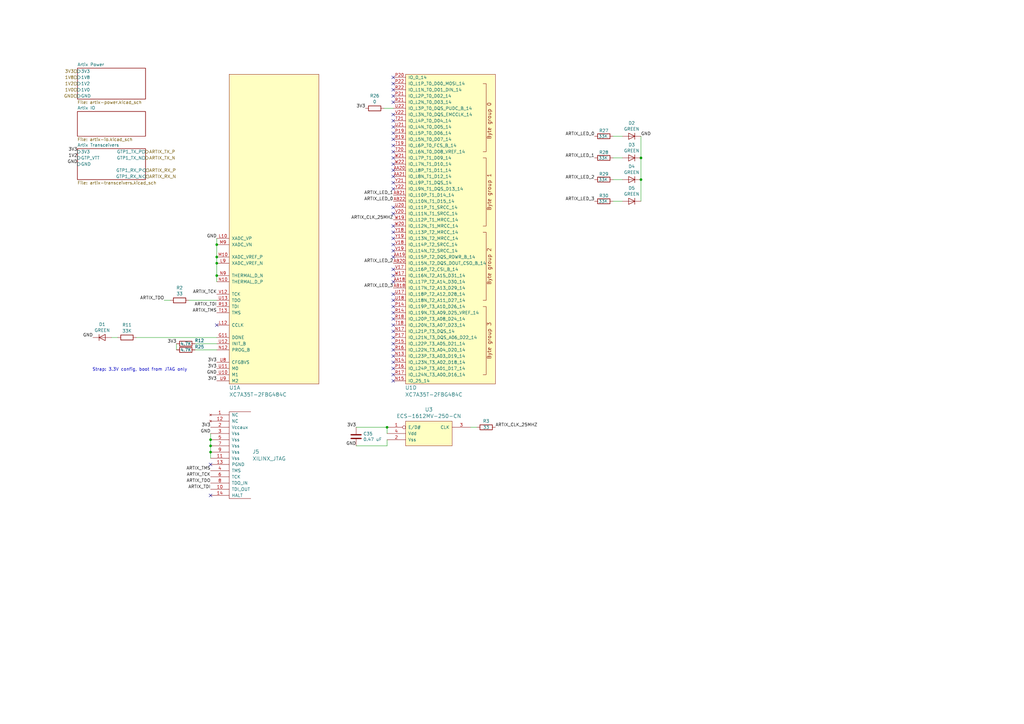
<source format=kicad_sch>
(kicad_sch (version 20231120) (generator "eeschema") (generator_version "8.0")
  (paper "A3")
  (junction (at 86.36 185.42))
  (junction (at 86.36 180.34))
  (junction (at 262.89 64.77))
  (junction (at 88.9 113.03))
  (junction (at 88.9 105.41))
  (junction (at 88.9 100.33))
  (junction (at 88.9 107.95))
  (junction (at 262.89 73.66))
  (junction (at 158.75 175.26))
  (junction (at 86.36 182.88))
  (no_connect (at 161.29 115.57))
  (no_connect (at 161.29 52.07))
  (no_connect (at 161.29 57.15))
  (no_connect (at 161.29 110.49))
  (no_connect (at 161.29 41.91))
  (no_connect (at 161.29 148.59))
  (no_connect (at 161.29 46.99))
  (no_connect (at 161.29 67.31))
  (no_connect (at 161.29 64.77))
  (no_connect (at 161.29 146.05))
  (no_connect (at 161.29 120.65))
  (no_connect (at 161.29 140.97))
  (no_connect (at 161.29 125.73))
  (no_connect (at 161.29 54.61))
  (no_connect (at 161.29 143.51))
  (no_connect (at 161.29 105.41))
  (no_connect (at 161.29 87.63))
  (no_connect (at 161.29 128.27))
  (no_connect (at 161.29 102.87))
  (no_connect (at 161.29 95.25))
  (no_connect (at 161.29 133.35))
  (no_connect (at 161.29 62.23))
  (no_connect (at 161.29 113.03))
  (no_connect (at 161.29 153.67))
  (no_connect (at 161.29 72.39))
  (no_connect (at 161.29 77.47))
  (no_connect (at 161.29 69.85))
  (no_connect (at 86.36 190.5))
  (no_connect (at 161.29 135.89))
  (no_connect (at 161.29 130.81))
  (no_connect (at 161.29 92.71))
  (no_connect (at 88.9 133.35))
  (no_connect (at 86.36 203.2))
  (no_connect (at 161.29 31.75))
  (no_connect (at 161.29 34.29))
  (no_connect (at 161.29 74.93))
  (no_connect (at 161.29 59.69))
  (no_connect (at 161.29 151.13))
  (no_connect (at 161.29 156.21))
  (no_connect (at 161.29 100.33))
  (no_connect (at 161.29 85.09))
  (no_connect (at 161.29 138.43))
  (no_connect (at 161.29 97.79))
  (no_connect (at 161.29 123.19))
  (no_connect (at 161.29 36.83))
  (no_connect (at 161.29 39.37))
  (no_connect (at 161.29 49.53))
  (wire (pts (xy 55.88 138.43) (xy 88.9 138.43)))
  (wire (pts (xy 158.75 182.88) (xy 158.75 180.34)))
  (wire (pts (xy 146.05 175.26) (xy 158.75 175.26)))
  (wire (pts (xy 262.89 64.77) (xy 262.89 73.66)))
  (wire (pts (xy 45.72 138.43) (xy 48.26 138.43)))
  (wire (pts (xy 86.36 185.42) (xy 86.36 187.96)))
  (wire (pts (xy 195.58 175.26) (xy 193.04 175.26)))
  (wire (pts (xy 67.31 123.19) (xy 69.85 123.19)))
  (wire (pts (xy 146.05 182.88) (xy 158.75 182.88)))
  (wire (pts (xy 80.01 140.97) (xy 88.9 140.97)))
  (wire (pts (xy 88.9 105.41) (xy 88.9 107.95)))
  (wire (pts (xy 158.75 175.26) (xy 158.75 177.8)))
  (wire (pts (xy 262.89 73.66) (xy 262.89 82.55)))
  (wire (pts (xy 262.89 55.88) (xy 262.89 64.77)))
  (wire (pts (xy 86.36 177.8) (xy 86.36 180.34)))
  (wire (pts (xy 251.46 73.66) (xy 255.27 73.66)))
  (wire (pts (xy 88.9 107.95) (xy 88.9 113.03)))
  (wire (pts (xy 251.46 82.55) (xy 255.27 82.55)))
  (wire (pts (xy 251.46 64.77) (xy 255.27 64.77)))
  (wire (pts (xy 80.01 143.51) (xy 88.9 143.51)))
  (wire (pts (xy 86.36 182.88) (xy 86.36 185.42)))
  (wire (pts (xy 88.9 97.79) (xy 88.9 100.33)))
  (wire (pts (xy 157.48 44.45) (xy 161.29 44.45)))
  (wire (pts (xy 88.9 100.33) (xy 88.9 105.41)))
  (wire (pts (xy 77.47 123.19) (xy 88.9 123.19)))
  (wire (pts (xy 251.46 55.88) (xy 255.27 55.88)))
  (wire (pts (xy 88.9 113.03) (xy 88.9 115.57)))
  (wire (pts (xy 72.39 140.97) (xy 72.39 143.51)))
  (wire (pts (xy 86.36 180.34) (xy 86.36 182.88)))
  (text "Strap: 3.3V config, boot from JTAG only" (at 37.846 151.638 0) (effects (font (size 1.27 1.27)) (justify left)))
  (label "ARTIX_TMS" (at 88.9 128.27 180))
  (label "3V3" (at 88.9 156.21 180))
  (label "3V3" (at 146.05 175.26 180))
  (label "ARTIX_LED_1" (at 161.29 80.01 180))
  (label "3V3" (at 31.75 62.23 180))
  (label "ARTIX_LED_0" (at 243.84 55.88 180))
  (label "3V3" (at 72.39 140.97 180))
  (label "ARTIX_LED_2" (at 161.29 107.95 180))
  (label "ARTIX_CLK_25MHZ" (at 161.29 90.17 180))
  (label "GND" (at 31.75 67.31 180))
  (label "3V3" (at 86.36 175.26 180))
  (label "GND" (at 86.36 177.8 180))
  (label "ARTIX_TDI" (at 88.9 125.73 180))
  (label "3V3" (at 88.9 151.13 180))
  (label "ARTIX_TDI" (at 86.36 200.66 180))
  (label "ARTIX_LED_3" (at 161.29 118.11 180))
  (label "GND" (at 88.9 153.67 180))
  (label "ARTIX_CLK_25MHZ" (at 203.2 175.26 0))
  (label "GND" (at 38.1 138.43 180))
  (label "ARTIX_LED_3" (at 243.84 82.55 180))
  (label "ARTIX_LED_1" (at 243.84 64.77 180))
  (label "ARTIX_LED_2" (at 243.84 73.66 180))
  (label "ARTIX_LED_0" (at 161.29 82.55 180))
  (label "3V3" (at 88.9 148.59 180))
  (label "GND" (at 88.9 97.79 180))
  (label "3V3" (at 149.86 44.45 180))
  (label "ARTIX_TCK" (at 88.9 120.65 180))
  (label "1V2" (at 31.75 64.77 180))
  (label "GND" (at 262.89 55.88 0))
  (label "ARTIX_TCK" (at 86.36 195.58 180))
  (label "ARTIX_TDO" (at 67.31 123.19 180))
  (label "ARTIX_TMS" (at 86.36 193.04 180))
  (label "ARTIX_TDO" (at 86.36 198.12 180))
  (label "GND" (at 146.05 182.88 180))
  (hierarchical_label "1V0" (shape input) (at 31.75 36.83 180))
  (hierarchical_label "ARTIX_TX_P" (shape output) (at 59.69 62.23 0))
  (hierarchical_label "GND" (shape input) (at 31.75 39.37 180))
  (hierarchical_label "1V2" (shape input) (at 31.75 34.29 180))
  (hierarchical_label "3V3" (shape input) (at 31.75 29.21 180))
  (hierarchical_label "1V8" (shape input) (at 31.75 31.75 180))
  (hierarchical_label "ARTIX_RX_N" (shape input) (at 59.69 72.39 0))
  (hierarchical_label "ARTIX_RX_P" (shape input) (at 59.69 69.85 0))
  (hierarchical_label "ARTIX_TX_N" (shape output) (at 59.69 64.77 0))
  (symbol (lib_id "device:R") (at 247.65 82.55 90) (unit 1)
    (property "Reference" "R30" (at 247.65 80.264 90))
    (property "Value" "33K" (at 247.396 82.55 90))
    (property "Footprint" "azonenberg_pcb:EIA_0402_RES_NOSILK" (effects (hide yes)))
    (property "Description" "Resistor" (effects (hide yes)))
  )
  (symbol (lib_id "xilinx-azonenberg:XC7AxxxT-xFBG484") (at 166.37 156.21 0) (unit 4)
    (property "Reference" "U1" (at 166.116 159.004 0) (effects (font (size 1.524 1.524)) (justify left)))
    (property "Value" "XC7A35T-2FBG484C" (at 166.116 161.8369 0) (effects (font (size 1.524 1.524)) (justify left)))
    (property "Footprint" "azonenberg_pcb:BGA_484_22x22_FULLARRAY_1MM" (effects (hide yes)))
  )
  (symbol (lib_id "device:R") (at 153.67 44.45 90) (unit 1)
    (property "Reference" "R26" (at 153.67 39.2895 90))
    (property "Value" "0" (at 153.67 41.7138 90))
    (property "Footprint" "azonenberg_pcb:EIA_0402_RES_NOSILK" (effects (hide yes)))
    (property "Description" "Resistor" (effects (hide yes)))
  )
  (symbol (lib_id "xilinx-azonenberg:XILINX_JTAG") (at 86.36 203.2 0) (unit 1)
    (property "Reference" "J5" (at 103.505 185.2735 0) (effects (font (size 1.524 1.524)) (justify left)))
    (property "Value" "XILINX_JTAG" (at 103.505 188.1064 0) (effects (font (size 1.524 1.524)) (justify left)))
    (property "Footprint" "azonenberg_pcb:XILINX_JTAG_PTH_MOLEX_0878311420" (effects (hide yes)))
  )
  (symbol (lib_id "device:R") (at 199.39 175.26 270) (unit 1)
    (property "Reference" "R3" (at 199.39 172.72 90))
    (property "Value" "33" (at 199.39 175.26 90))
    (property "Footprint" "azonenberg_pcb:EIA_0402_RES_NOSILK" (effects (hide yes)))
  )
  (symbol (lib_id "device:R") (at 73.66 123.19 90) (unit 1)
    (property "Reference" "R2" (at 73.66 118.0295 90))
    (property "Value" "33" (at 73.66 120.4538 90))
    (property "Footprint" "azonenberg_pcb:EIA_0402_RES_NOSILK" (effects (hide yes)))
    (property "Description" "Resistor" (effects (hide yes)))
  )
  (symbol (lib_id "device:R") (at 52.07 138.43 90) (unit 1)
    (property "Reference" "R11" (at 52.07 133.2695 90))
    (property "Value" "33K" (at 52.07 135.6938 90))
    (property "Footprint" "azonenberg_pcb:EIA_0402_RES_NOSILK" (effects (hide yes)))
    (property "Description" "Resistor" (effects (hide yes)))
  )
  (symbol (lib_id "device:D") (at 41.91 138.43 0) (unit 1)
    (property "Reference" "D1" (at 41.91 133.0409 0))
    (property "Value" "GREEN" (at 41.91 135.4652 0))
    (property "Footprint" "azonenberg_pcb:EIA_0402_LED" (effects (hide yes)))
    (property "Description" "Diode" (effects (hide yes)))
  )
  (symbol (lib_id "device:D") (at 259.08 55.88 180) (unit 1)
    (property "Reference" "D2" (at 259.08 50.4909 0))
    (property "Value" "GREEN" (at 259.08 52.9152 0))
    (property "Footprint" "azonenberg_pcb:EIA_0402_LED" (effects (hide yes)))
    (property "Description" "Diode" (effects (hide yes)))
  )
  (symbol (lib_id "device:D") (at 259.08 82.55 180) (unit 1)
    (property "Reference" "D5" (at 259.08 77.1609 0))
    (property "Value" "GREEN" (at 259.08 79.5852 0))
    (property "Footprint" "azonenberg_pcb:EIA_0402_LED" (effects (hide yes)))
    (property "Description" "Diode" (effects (hide yes)))
  )
  (symbol (lib_id "device:D") (at 259.08 73.66 180) (unit 1)
    (property "Reference" "D4" (at 259.08 68.2709 0))
    (property "Value" "GREEN" (at 259.08 70.6952 0))
    (property "Footprint" "azonenberg_pcb:EIA_0402_LED" (effects (hide yes)))
    (property "Description" "Diode" (effects (hide yes)))
  )
  (symbol (lib_id "device:R") (at 247.65 55.88 90) (unit 1)
    (property "Reference" "R27" (at 247.65 53.594 90))
    (property "Value" "33K" (at 247.396 55.88 90))
    (property "Footprint" "azonenberg_pcb:EIA_0402_RES_NOSILK" (effects (hide yes)))
    (property "Description" "Resistor" (effects (hide yes)))
  )
  (symbol (lib_id "device:R") (at 76.2 143.51 90) (unit 1)
    (property "Reference" "R25" (at 81.788 142.24 90))
    (property "Value" "4.7K" (at 76.2 143.51 90))
    (property "Footprint" "azonenberg_pcb:EIA_0402_RES_NOSILK" (effects (hide yes)))
    (property "Description" "Resistor" (effects (hide yes)))
  )
  (symbol (lib_id "device:R") (at 247.65 73.66 90) (unit 1)
    (property "Reference" "R29" (at 247.65 71.374 90))
    (property "Value" "33K" (at 247.396 73.66 90))
    (property "Footprint" "azonenberg_pcb:EIA_0402_RES_NOSILK" (effects (hide yes)))
    (property "Description" "Resistor" (effects (hide yes)))
  )
  (symbol (lib_id "device:D") (at 259.08 64.77 180) (unit 1)
    (property "Reference" "D3" (at 259.08 59.3809 0))
    (property "Value" "GREEN" (at 259.08 61.8052 0))
    (property "Footprint" "azonenberg_pcb:EIA_0402_LED" (effects (hide yes)))
    (property "Description" "Diode" (effects (hide yes)))
  )
  (symbol (lib_id "device:C") (at 146.05 179.07 0) (unit 1)
    (property "Reference" "C35" (at 148.971 177.9016 0) (effects (justify left)))
    (property "Value" "0.47 uF" (at 148.971 180.213 0) (effects (justify left)))
    (property "Footprint" "azonenberg_pcb:EIA_0402_CAP_NOSILK" (effects (hide yes)))
  )
  (symbol (lib_id "device:R") (at 76.2 140.97 90) (unit 1)
    (property "Reference" "R12" (at 81.788 139.7 90))
    (property "Value" "4.7K" (at 76.2 140.97 90))
    (property "Footprint" "azonenberg_pcb:EIA_0402_RES_NOSILK" (effects (hide yes)))
    (property "Description" "Resistor" (effects (hide yes)))
  )
  (symbol (lib_id "xilinx-azonenberg:XC7AxxxT-xFBG484") (at 93.98 156.21 0) (unit 1)
    (property "Reference" "U1" (at 93.98 159.004 0) (effects (font (size 1.524 1.524)) (justify left)))
    (property "Value" "XC7A35T-2FBG484C" (at 93.98 161.8369 0) (effects (font (size 1.524 1.524)) (justify left)))
    (property "Footprint" "azonenberg_pcb:BGA_484_22x22_FULLARRAY_1MM" (effects (hide yes)))
  )
  (symbol (lib_id "osc-azonenberg:OSC") (at 176.53 175.26 0) (unit 1)
    (property "Reference" "U3" (at 175.895 167.9702 0) (effects (font (size 1.524 1.524))))
    (property "Value" "ECS-1612MV-250-CN" (at 175.895 170.6626 0) (effects (font (size 1.524 1.524))))
    (property "Footprint" "azonenberg_pcb:OSCILLATOR_1.6x1.2" (effects (hide yes)))
  )
  (symbol (lib_id "device:R") (at 247.65 64.77 90) (unit 1)
    (property "Reference" "R28" (at 247.65 62.484 90))
    (property "Value" "33K" (at 247.396 64.77 90))
    (property "Footprint" "azonenberg_pcb:EIA_0402_RES_NOSILK" (effects (hide yes)))
    (property "Description" "Resistor" (effects (hide yes)))
  )
  (sheet (at 31.75 27.94) (size 27.94 12.7) (stroke (width 0.1524))
    (property "Sheetname" "Artix Power" (at 31.75 27.2284 0) (effects (justify left bottom)))
    (property "Sheetfile" "artix-power.kicad_sch" (at 31.75 41.2246 0) (effects (justify left top)))
    (pin "1V2" input (at 31.75 34.29 180))
    (pin "1V8" input (at 31.75 31.75 180))
    (pin "GND" input (at 31.75 39.37 180))
    (pin "1V0" input (at 31.75 36.83 180))
    (pin "3V3" input (at 31.75 29.21 180))
  )
  (sheet (at 31.75 45.72) (size 27.94 10.16) (stroke (width 0.1524))
    (property "Sheetname" "Artix IO" (at 31.75 45.0084 0) (effects (justify left bottom)))
    (property "Sheetfile" "artix-io.kicad_sch" (at 31.75 56.4646 0) (effects (justify left top)))
  )
  (sheet (at 31.75 60.96) (size 27.94 12.7) (stroke (width 0.1524))
    (property "Sheetname" "Artix Transceivers" (at 31.75 60.2484 0) (effects (justify left bottom)))
    (property "Sheetfile" "artix-transceivers.kicad_sch" (at 31.75 74.2446 0) (effects (justify left top)))
    (pin "GTP_VTT" input (at 31.75 64.77 180))
    (pin "GTP1_RX_N" input (at 59.69 72.39 0))
    (pin "GTP1_RX_P" input (at 59.69 69.85 0))
    (pin "GTP1_TX_P" output (at 59.69 62.23 0))
    (pin "GTP1_TX_N" output (at 59.69 64.77 0))
    (pin "GND" input (at 31.75 67.31 180))
    (pin "3V3" input (at 31.75 62.23 180))
  )
)
</source>
